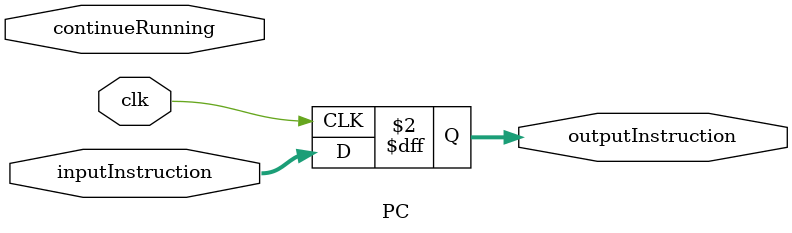
<source format=sv>
`timescale 1ns / 1ps


module PC(
    input [63:0] inputInstruction,
    output reg [63:0] outputInstruction,
    input clk,
    input continueRunning //Currently not implemented, need a better idea on the predicted functionality. 
    );
    
    always @(posedge clk)
    begin
        outputInstruction <= inputInstruction;
    end
    
    
endmodule

</source>
